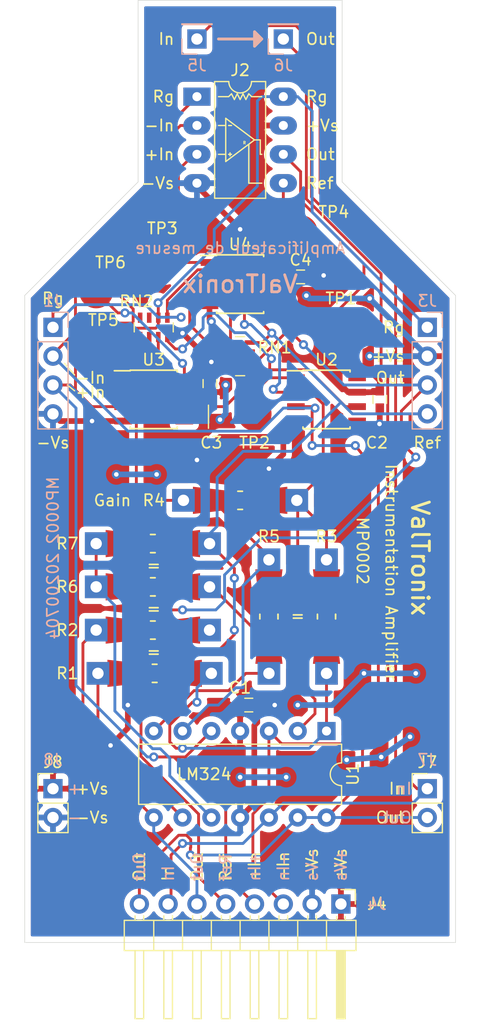
<source format=kicad_pcb>
(kicad_pcb (version 20171130) (host pcbnew "(5.1.6)-1")
  (title_block (title "MP0002 Instrument Amplifier") (date 2020-07-04) (rev 1.0) (company ValTronix))
  (layers (0 F.Cu signal) (31 B.Cu signal) (34 B.Paste user) (35 F.Paste user) (36 B.SilkS user) (37 F.SilkS user) (38 B.Mask user) (39 F.Mask user) (44 Edge.Cuts user))
  (net 0 "")
  (net 1 /Vs-)
  (net 2 /Vs+)
  (net 3 /Rg_N)
  (net 4 /In-)
  (net 5 /In+)
  (net 6 /Ref)
  (net 7 /Output)
  (net 8 /Rg_P)
  (net 9 /In)
  (net 10 /Out)
  (net 11 "Net-(R1-Pad1)")
  (net 12 "Net-(R1-Pad2)")
  (net 13 "Net-(R5-Pad2)")
  (net 14 "Net-(R6-Pad2)")
  (net 15 "Net-(RN1-Pad1)")
  (net 16 "Net-(RN1-Pad5)")
  (net 17 "Net-(U2-Pad5)")
  (net 18 "Net-(U4-Pad5)")
  (net 19 "Net-(U3-Pad5)")
  (net 20 "Net-(TP1-Pad1)")
  (net 21 "Net-(TP2-Pad1)")
  (net 22 "Net-(TP3-Pad1)")
  (net 23 "Net-(TP4-Pad1)")
  (net 24 "Net-(TP5-Pad1)")
  (net 25 "Net-(TP6-Pad1)")
  (net 26 "Net-(RN1-Pad3)")
  (net 27 "Net-(RN1-Pad7)")
  (module ValTronix:Pin_Header_Straight_1x02_Pitch2.54mm (layer F.Cu) (at 119.38 142.24)
    (fp_text reference J8 (at 0 -2.33) (layer F.SilkS))
    (fp_text value Conn_01x02)
    (pad 1 thru_hole rect (at 0 0) (size 1.7 1.7) (drill 1) (layers *.Cu *.Mask) (net 2 /Vs+))
    (pad 2 thru_hole oval (at 0 2.54) (size 1.7 1.7) (drill 1) (layers *.Cu *.Mask) (net 1 /Vs-))
  )
  (module ValTronix:Pin_Header_Straight_1x02_Pitch2.54mm (layer F.Cu) (at 152.4 142.24)
    (fp_text reference J7 (at 0 -2.33) (layer F.SilkS))
    (fp_text value Conn_01x02)
    (pad 1 thru_hole rect (at 0 0) (size 1.7 1.7) (drill 1) (layers *.Cu *.Mask) (net 9 /In))
    (pad 2 thru_hole oval (at 0 2.54) (size 1.7 1.7) (drill 1) (layers *.Cu *.Mask) (net 10 /Out))
  )
  (module Pin_Headers:Pin_Header_Straight_1x01_Pitch2.54mm (layer B.Cu) (at 139.7 76.2)
    (fp_text reference J6 (at 0 2.33) (layer B.SilkS) (effects (justify mirror)))
    (fp_text value Conn_01x01)
    (pad 1 thru_hole rect (at 0 0) (size 1.7 1.7) (drill 1) (layers *.Cu *.Mask) (net 10 /Out))
  )
  (module Pin_Headers:Pin_Header_Straight_1x01_Pitch2.54mm (layer B.Cu) (at 132.08 76.2)
    (fp_text reference J5 (at 0 2.33) (layer B.SilkS) (effects (justify mirror)))
    (fp_text value Conn_01x01)
    (pad 1 thru_hole rect (at 0 0) (size 1.7 1.7) (drill 1) (layers *.Cu *.Mask) (net 9 /In))
  )
  (module Pin_Headers:Pin_Header_Angled_1x08_Pitch2.54mm (layer F.Cu) (at 144.78 152.4 270)
    (fp_text reference J4 (at 0 -3.175 180) (layer F.SilkS))
    (fp_text value Conn_01x08)
    (pad 1 thru_hole rect (at 0 0 270) (size 1.7 1.7) (drill 1) (layers *.Cu *.Mask) (net 2 /Vs+))
    (pad 2 thru_hole oval (at 0 2.54 270) (size 1.7 1.7) (drill 1) (layers *.Cu *.Mask) (net 1 /Vs-))
    (pad 3 thru_hole oval (at 0 5.08 270) (size 1.7 1.7) (drill 1) (layers *.Cu *.Mask) (net 4 /In-))
    (pad 4 thru_hole oval (at 0 7.62 270) (size 1.7 1.7) (drill 1) (layers *.Cu *.Mask) (net 5 /In+))
    (pad 5 thru_hole oval (at 0 10.16 270) (size 1.7 1.7) (drill 1) (layers *.Cu *.Mask) (net 6 /Ref))
    (pad 6 thru_hole oval (at 0 12.7 270) (size 1.7 1.7) (drill 1) (layers *.Cu *.Mask) (net 7 /Output))
    (pad 7 thru_hole oval (at 0 15.24 270) (size 1.7 1.7) (drill 1) (layers *.Cu *.Mask) (net 9 /In))
    (pad 8 thru_hole oval (at 0 17.78 270) (size 1.7 1.7) (drill 1) (layers *.Cu *.Mask) (net 10 /Out))
  )
  (module ValTronix:Pin_Header_Straight_1x04_Pitch2.54mm (layer B.Cu) (at 152.4 101.6 180)
    (fp_text reference J3 (at 0 2.33) (layer B.SilkS) (effects (justify mirror)))
    (fp_text value Conn_01x04)
    (pad 1 thru_hole rect (at 0 0 180) (size 1.7 1.7) (drill 1) (layers *.Cu *.Mask) (net 8 /Rg_P))
    (pad 2 thru_hole oval (at 0 -2.54 180) (size 1.7 1.7) (drill 1) (layers *.Cu *.Mask) (net 2 /Vs+))
    (pad 3 thru_hole oval (at 0 -5.08 180) (size 1.7 1.7) (drill 1) (layers *.Cu *.Mask) (net 7 /Output))
    (pad 4 thru_hole oval (at 0 -7.62 180) (size 1.7 1.7) (drill 1) (layers *.Cu *.Mask) (net 6 /Ref))
  )
  (module Measurement_Points:Measurement_Point_Round-SMD-Pad_Big (layer F.Cu) (at 123.19 98.425)
    (fp_text reference TP6 (at 1.27 -2.54) (layer F.SilkS))
    (fp_text value TestPoint_Small)
    (pad 1 smd circle (at 0 0) (size 3 3) (layers F.Cu F.Mask) (net 25 "Net-(TP6-Pad1)"))
  )
  (module Measurement_Points:Measurement_Point_Round-SMD-Pad_Big (layer F.Cu) (at 123.19 103.505)
    (fp_text reference TP5 (at 0.635 -2.54) (layer F.SilkS))
    (fp_text value TestPoint_Small)
    (pad 1 smd circle (at 0 0) (size 3 3) (layers F.Cu F.Mask) (net 24 "Net-(TP5-Pad1)"))
  )
  (module Measurement_Points:Measurement_Point_Round-SMD-Pad_Big (layer F.Cu) (at 141.224 93.218)
    (fp_text reference TP4 (at 2.921 -1.778) (layer F.SilkS))
    (fp_text value TestPoint_Small)
    (pad 1 smd circle (at 0 0) (size 3 3) (layers F.Cu F.Mask) (net 23 "Net-(TP4-Pad1)"))
  )
  (module Measurement_Points:Measurement_Point_Round-SMD-Pad_Big (layer F.Cu) (at 129.032 95.885)
    (fp_text reference TP3 (at 0 -3) (layer F.SilkS))
    (fp_text value TestPoint_Small)
    (pad 1 smd circle (at 0 0) (size 3 3) (layers F.Cu F.Mask) (net 22 "Net-(TP3-Pad1)"))
  )
  (module Measurement_Points:Measurement_Point_Round-SMD-Pad_Big (layer F.Cu) (at 137.16 109.22)
    (fp_text reference TP2 (at 0 2.54) (layer F.SilkS))
    (fp_text value TestPoint_Small)
    (pad 1 smd circle (at 0 0) (size 3 3) (layers F.Cu F.Mask) (net 21 "Net-(TP2-Pad1)"))
  )
  (module Measurement_Points:Measurement_Point_Round-SMD-Pad_Big (layer F.Cu) (at 146.05 101.6)
    (fp_text reference TP1 (at -1.27 -2.54) (layer F.SilkS))
    (fp_text value TestPoint_Small)
    (pad 1 smd circle (at 0 0) (size 3 3) (layers F.Cu F.Mask) (net 20 "Net-(TP1-Pad1)"))
  )
  (module ValTronix:SOIC-8_3.9x4.9mm_Pitch1.27mm (layer F.Cu) (at 128.27 107.95)
    (fp_text reference U3 (at 0 -3.5) (layer F.SilkS))
    (fp_text value OP07)
    (pad 1 smd rect (at -2.7 -1.905) (size 1.55 0.6) (layers F.Cu F.Paste F.Mask) (net 24 "Net-(TP5-Pad1)"))
    (pad 2 smd rect (at -2.7 -0.635) (size 1.55 0.6) (layers F.Cu F.Paste F.Mask) (net 8 /Rg_P))
    (pad 3 smd rect (at -2.7 0.635) (size 1.55 0.6) (layers F.Cu F.Paste F.Mask) (net 5 /In+))
    (pad 4 smd rect (at -2.7 1.905) (size 1.55 0.6) (layers F.Cu F.Paste F.Mask) (net 1 /Vs-))
    (pad 5 smd rect (at 2.7 1.905) (size 1.55 0.6) (layers F.Cu F.Paste F.Mask) (net 19 "Net-(U3-Pad5)"))
    (pad 6 smd rect (at 2.7 0.635) (size 1.55 0.6) (layers F.Cu F.Paste F.Mask) (net 26 "Net-(RN1-Pad3)"))
    (pad 7 smd rect (at 2.7 -0.635) (size 1.55 0.6) (layers F.Cu F.Paste F.Mask) (net 2 /Vs+))
    (pad 8 smd rect (at 2.7 -1.905) (size 1.55 0.6) (layers F.Cu F.Paste F.Mask) (net 25 "Net-(TP6-Pad1)"))
  )
  (module ValTronix:SOIC-8_3.9x4.9mm_Pitch1.27mm (layer F.Cu) (at 135.89 97.79)
    (fp_text reference U4 (at 0 -3.5) (layer F.SilkS))
    (fp_text value OP07)
    (pad 1 smd rect (at -2.7 -1.905) (size 1.55 0.6) (layers F.Cu F.Paste F.Mask) (net 22 "Net-(TP3-Pad1)"))
    (pad 2 smd rect (at -2.7 -0.635) (size 1.55 0.6) (layers F.Cu F.Paste F.Mask) (net 27 "Net-(RN1-Pad7)"))
    (pad 3 smd rect (at -2.7 0.635) (size 1.55 0.6) (layers F.Cu F.Paste F.Mask) (net 16 "Net-(RN1-Pad5)"))
    (pad 4 smd rect (at -2.7 1.905) (size 1.55 0.6) (layers F.Cu F.Paste F.Mask) (net 1 /Vs-))
    (pad 5 smd rect (at 2.7 1.905) (size 1.55 0.6) (layers F.Cu F.Paste F.Mask) (net 18 "Net-(U4-Pad5)"))
    (pad 6 smd rect (at 2.7 0.635) (size 1.55 0.6) (layers F.Cu F.Paste F.Mask) (net 7 /Output))
    (pad 7 smd rect (at 2.7 -0.635) (size 1.55 0.6) (layers F.Cu F.Paste F.Mask) (net 2 /Vs+))
    (pad 8 smd rect (at 2.7 -1.905) (size 1.55 0.6) (layers F.Cu F.Paste F.Mask) (net 23 "Net-(TP4-Pad1)"))
  )
  (module ValTronix:SOIC-8_3.9x4.9mm_Pitch1.27mm (layer F.Cu) (at 143.51 107.95)
    (fp_text reference U2 (at 0 -3.5) (layer F.SilkS))
    (fp_text value OP07)
    (pad 1 smd rect (at -2.7 -1.905) (size 1.55 0.6) (layers F.Cu F.Paste F.Mask) (net 21 "Net-(TP2-Pad1)"))
    (pad 2 smd rect (at -2.7 -0.635) (size 1.55 0.6) (layers F.Cu F.Paste F.Mask) (net 3 /Rg_N))
    (pad 3 smd rect (at -2.7 0.635) (size 1.55 0.6) (layers F.Cu F.Paste F.Mask) (net 4 /In-))
    (pad 4 smd rect (at -2.7 1.905) (size 1.55 0.6) (layers F.Cu F.Paste F.Mask) (net 1 /Vs-))
    (pad 5 smd rect (at 2.7 1.905) (size 1.55 0.6) (layers F.Cu F.Paste F.Mask) (net 17 "Net-(U2-Pad5)"))
    (pad 6 smd rect (at 2.7 0.635) (size 1.55 0.6) (layers F.Cu F.Paste F.Mask) (net 15 "Net-(RN1-Pad1)"))
    (pad 7 smd rect (at 2.7 -0.635) (size 1.55 0.6) (layers F.Cu F.Paste F.Mask) (net 2 /Vs+))
    (pad 8 smd rect (at 2.7 -1.905) (size 1.55 0.6) (layers F.Cu F.Paste F.Mask) (net 20 "Net-(TP1-Pad1)"))
  )
  (module ValTronix:DIP-14_W7.62mm (layer F.Cu) (at 143.51 137.16 270)
    (fp_text reference U1 (at 3.81 -2.33 90) (layer F.SilkS))
    (fp_text value LM324 (at 3.81 10.795 180) (layer F.SilkS))
    (pad 1 thru_hole rect (at 0 0 270) (size 1.6 1.6) (drill 0.8) (layers *.Cu *.Mask) (net 11 "Net-(R1-Pad1)"))
    (pad 8 thru_hole oval (at 7.62 15.24 270) (size 1.6 1.6) (drill 0.8) (layers *.Cu *.Mask) (net 7 /Output))
    (pad 2 thru_hole oval (at 0 2.54 270) (size 1.6 1.6) (drill 0.8) (layers *.Cu *.Mask) (net 3 /Rg_N))
    (pad 9 thru_hole oval (at 7.62 12.7 270) (size 1.6 1.6) (drill 0.8) (layers *.Cu *.Mask) (net 12 "Net-(R1-Pad2)"))
    (pad 3 thru_hole oval (at 0 5.08 270) (size 1.6 1.6) (drill 0.8) (layers *.Cu *.Mask) (net 4 /In-))
    (pad 10 thru_hole oval (at 7.62 10.16 270) (size 1.6 1.6) (drill 0.8) (layers *.Cu *.Mask) (net 14 "Net-(R6-Pad2)"))
    (pad 4 thru_hole oval (at 0 7.62 270) (size 1.6 1.6) (drill 0.8) (layers *.Cu *.Mask) (net 2 /Vs+))
    (pad 11 thru_hole oval (at 7.62 7.62 270) (size 1.6 1.6) (drill 0.8) (layers *.Cu *.Mask) (net 1 /Vs-))
    (pad 5 thru_hole oval (at 0 10.16 270) (size 1.6 1.6) (drill 0.8) (layers *.Cu *.Mask) (net 5 /In+))
    (pad 12 thru_hole oval (at 7.62 5.08 270) (size 1.6 1.6) (drill 0.8) (layers *.Cu *.Mask) (net 9 /In))
    (pad 6 thru_hole oval (at 0 12.7 270) (size 1.6 1.6) (drill 0.8) (layers *.Cu *.Mask) (net 8 /Rg_P))
    (pad 13 thru_hole oval (at 7.62 2.54 270) (size 1.6 1.6) (drill 0.8) (layers *.Cu *.Mask) (net 10 /Out))
    (pad 7 thru_hole oval (at 0 15.24 270) (size 1.6 1.6) (drill 0.8) (layers *.Cu *.Mask) (net 13 "Net-(R5-Pad2)"))
    (pad 14 thru_hole oval (at 7.62 0 270) (size 1.6 1.6) (drill 0.8) (layers *.Cu *.Mask) (net 10 /Out))
  )
  (module Resistors_SMD:R_Array_Concave_4x0603 (layer F.Cu) (at 128.27 101.6 270)
    (fp_text reference RN2 (at -2.286 1.524) (layer F.SilkS))
    (fp_text value 10k)
    (pad 2 smd rect (at -0.85 -0.4 270) (size 0.9 0.4) (layers F.Cu F.Paste F.Mask) (net 8 /Rg_P))
    (pad 3 smd rect (at -0.85 0.4 270) (size 0.9 0.4) (layers F.Cu F.Paste F.Mask))
    (pad 1 smd rect (at -0.85 -1.2 270) (size 0.9 0.4) (layers F.Cu F.Paste F.Mask) (net 3 /Rg_N))
    (pad 4 smd rect (at -0.85 1.2 270) (size 0.9 0.4) (layers F.Cu F.Paste F.Mask))
    (pad 8 smd rect (at 0.85 -1.2 270) (size 0.9 0.4) (layers F.Cu F.Paste F.Mask) (net 15 "Net-(RN1-Pad1)"))
    (pad 7 smd rect (at 0.85 -0.4 270) (size 0.9 0.4) (layers F.Cu F.Paste F.Mask) (net 26 "Net-(RN1-Pad3)"))
    (pad 6 smd rect (at 0.85 0.4 270) (size 0.9 0.4) (layers F.Cu F.Paste F.Mask))
    (pad 5 smd rect (at 0.85 1.2 270) (size 0.9 0.4) (layers F.Cu F.Paste F.Mask))
  )
  (module Resistors_SMD:R_Array_Concave_4x0603 (layer F.Cu) (at 135.89 104.14 180)
    (fp_text reference RN1 (at -3.048 0.762) (layer F.SilkS))
    (fp_text value 10k)
    (pad 2 smd rect (at -0.85 -0.4 180) (size 0.9 0.4) (layers F.Cu F.Paste F.Mask) (net 7 /Output))
    (pad 3 smd rect (at -0.85 0.4 180) (size 0.9 0.4) (layers F.Cu F.Paste F.Mask) (net 26 "Net-(RN1-Pad3)"))
    (pad 1 smd rect (at -0.85 -1.2 180) (size 0.9 0.4) (layers F.Cu F.Paste F.Mask) (net 15 "Net-(RN1-Pad1)"))
    (pad 4 smd rect (at -0.85 1.2 180) (size 0.9 0.4) (layers F.Cu F.Paste F.Mask) (net 6 /Ref))
    (pad 8 smd rect (at 0.85 -1.2 180) (size 0.9 0.4) (layers F.Cu F.Paste F.Mask) (net 27 "Net-(RN1-Pad7)"))
    (pad 7 smd rect (at 0.85 -0.4 180) (size 0.9 0.4) (layers F.Cu F.Paste F.Mask) (net 27 "Net-(RN1-Pad7)"))
    (pad 6 smd rect (at 0.85 0.4 180) (size 0.9 0.4) (layers F.Cu F.Paste F.Mask) (net 16 "Net-(RN1-Pad5)"))
    (pad 5 smd rect (at 0.85 1.2 180) (size 0.9 0.4) (layers F.Cu F.Paste F.Mask) (net 16 "Net-(RN1-Pad5)"))
  )
  (module Resistors_Universal:Resistor_SMD+THTuniversal_0805to1206_RM10_HandSoldering (layer F.Cu) (at 128.19126 120.65)
    (fp_text reference R7 (at -7.54126 0) (layer F.SilkS))
    (fp_text value R)
    (pad 1 smd trapezoid (at -2.413 0) (size 3.50012 1.99898) (rect_delta 0.39878 0) (layers F.Cu F.Paste F.Mask) (net 14 "Net-(R6-Pad2)"))
    (pad 2 smd trapezoid (at 2.413 0 180) (size 3.50012 1.99898) (rect_delta 0.39878 0) (layers F.Cu F.Paste F.Mask) (net 6 /Ref))
    (pad 1 thru_hole rect (at -5.00126 0 180) (size 1.99898 1.99898) (drill 1.00076) (layers *.Cu *.Mask) (net 14 "Net-(R6-Pad2)"))
    (pad 2 thru_hole rect (at 5.00126 0 180) (size 1.99898 1.99898) (drill 1.00076) (layers *.Cu *.Mask) (net 6 /Ref))
  )
  (module Resistors_Universal:Resistor_SMD+THTuniversal_0805to1206_RM10_HandSoldering (layer F.Cu) (at 128.19126 124.46 180)
    (fp_text reference R6 (at 7.54126 0) (layer F.SilkS))
    (fp_text value R)
    (pad 1 smd trapezoid (at -2.413 0 180) (size 3.50012 1.99898) (rect_delta 0.39878 0) (layers F.Cu F.Paste F.Mask) (net 13 "Net-(R5-Pad2)"))
    (pad 2 smd trapezoid (at 2.413 0) (size 3.50012 1.99898) (rect_delta 0.39878 0) (layers F.Cu F.Paste F.Mask) (net 14 "Net-(R6-Pad2)"))
    (pad 1 thru_hole rect (at -5.00126 0) (size 1.99898 1.99898) (drill 1.00076) (layers *.Cu *.Mask) (net 13 "Net-(R5-Pad2)"))
    (pad 2 thru_hole rect (at 5.00126 0) (size 1.99898 1.99898) (drill 1.00076) (layers *.Cu *.Mask) (net 14 "Net-(R6-Pad2)"))
  )
  (module Resistors_Universal:Resistor_SMD+THTuniversal_0805to1206_RM10_HandSoldering (layer F.Cu) (at 138.43 127.07874 270)
    (fp_text reference R5 (at -7.06374 0 180) (layer F.SilkS))
    (fp_text value R)
    (pad 1 smd trapezoid (at -2.413 0 270) (size 3.50012 1.99898) (rect_delta 0.39878 0) (layers F.Cu F.Paste F.Mask) (net 8 /Rg_P))
    (pad 2 smd trapezoid (at 2.413 0 90) (size 3.50012 1.99898) (rect_delta 0.39878 0) (layers F.Cu F.Paste F.Mask) (net 13 "Net-(R5-Pad2)"))
    (pad 1 thru_hole rect (at -5.00126 0 90) (size 1.99898 1.99898) (drill 1.00076) (layers *.Cu *.Mask) (net 8 /Rg_P))
    (pad 2 thru_hole rect (at 5.00126 0 90) (size 1.99898 1.99898) (drill 1.00076) (layers *.Cu *.Mask) (net 13 "Net-(R5-Pad2)"))
  )
  (module Resistors_Universal:Resistor_SMD+THTuniversal_0805to1206_RM10_HandSoldering (layer F.Cu) (at 135.89 116.84 180)
    (fp_text reference R4 (at 7.62 0) (layer F.SilkS))
    (fp_text value Rg)
    (pad 1 smd trapezoid (at -2.413 0 180) (size 3.50012 1.99898) (rect_delta 0.39878 0) (layers F.Cu F.Paste F.Mask) (net 3 /Rg_N))
    (pad 2 smd trapezoid (at 2.413 0) (size 3.50012 1.99898) (rect_delta 0.39878 0) (layers F.Cu F.Paste F.Mask) (net 8 /Rg_P))
    (pad 1 thru_hole rect (at -5.00126 0) (size 1.99898 1.99898) (drill 1.00076) (layers *.Cu *.Mask) (net 3 /Rg_N))
    (pad 2 thru_hole rect (at 5.00126 0) (size 1.99898 1.99898) (drill 1.00076) (layers *.Cu *.Mask) (net 8 /Rg_P))
  )
  (module Resistors_Universal:Resistor_SMD+THTuniversal_0805to1206_RM10_HandSoldering (layer F.Cu) (at 143.51 127.07874 270)
    (fp_text reference R3 (at -7.06374 0 180) (layer F.SilkS))
    (fp_text value R)
    (pad 1 smd trapezoid (at -2.413 0 270) (size 3.50012 1.99898) (rect_delta 0.39878 0) (layers F.Cu F.Paste F.Mask) (net 3 /Rg_N))
    (pad 2 smd trapezoid (at 2.413 0 90) (size 3.50012 1.99898) (rect_delta 0.39878 0) (layers F.Cu F.Paste F.Mask) (net 11 "Net-(R1-Pad1)"))
    (pad 1 thru_hole rect (at -5.00126 0 90) (size 1.99898 1.99898) (drill 1.00076) (layers *.Cu *.Mask) (net 3 /Rg_N))
    (pad 2 thru_hole rect (at 5.00126 0 90) (size 1.99898 1.99898) (drill 1.00076) (layers *.Cu *.Mask) (net 11 "Net-(R1-Pad1)"))
  )
  (module Resistors_Universal:Resistor_SMD+THTuniversal_0805to1206_RM10_HandSoldering (layer F.Cu) (at 128.19126 128.27 180)
    (fp_text reference R2 (at 7.54126 0) (layer F.SilkS))
    (fp_text value R)
    (pad 1 smd trapezoid (at -2.413 0 180) (size 3.50012 1.99898) (rect_delta 0.39878 0) (layers F.Cu F.Paste F.Mask) (net 12 "Net-(R1-Pad2)"))
    (pad 2 smd trapezoid (at 2.413 0) (size 3.50012 1.99898) (rect_delta 0.39878 0) (layers F.Cu F.Paste F.Mask) (net 7 /Output))
    (pad 1 thru_hole rect (at -5.00126 0) (size 1.99898 1.99898) (drill 1.00076) (layers *.Cu *.Mask) (net 12 "Net-(R1-Pad2)"))
    (pad 2 thru_hole rect (at 5.00126 0) (size 1.99898 1.99898) (drill 1.00076) (layers *.Cu *.Mask) (net 7 /Output))
  )
  (module Resistors_Universal:Resistor_SMD+THTuniversal_0805to1206_RM10_HandSoldering (layer F.Cu) (at 128.34874 132.08 180)
    (fp_text reference R1 (at 7.69874 0) (layer F.SilkS))
    (fp_text value R)
    (pad 1 smd trapezoid (at -2.413 0 180) (size 3.50012 1.99898) (rect_delta 0.39878 0) (layers F.Cu F.Paste F.Mask) (net 11 "Net-(R1-Pad1)"))
    (pad 2 smd trapezoid (at 2.413 0) (size 3.50012 1.99898) (rect_delta 0.39878 0) (layers F.Cu F.Paste F.Mask) (net 12 "Net-(R1-Pad2)"))
    (pad 1 thru_hole rect (at -5.00126 0) (size 1.99898 1.99898) (drill 1.00076) (layers *.Cu *.Mask) (net 11 "Net-(R1-Pad1)"))
    (pad 2 thru_hole rect (at 5.00126 0) (size 1.99898 1.99898) (drill 1.00076) (layers *.Cu *.Mask) (net 12 "Net-(R1-Pad2)"))
  )
  (module Housings_DIP:DIP-8_W7.62mm_LongPads (layer F.Cu) (at 132.08 81.28)
    (fp_text reference J2 (at 3.81 -2.33) (layer F.SilkS))
    (fp_text value Conn_02x04_Counter_Clockwise)
    (pad 1 thru_hole rect (at 0 0) (size 2.4 1.6) (drill 0.8) (layers *.Cu *.Mask) (net 3 /Rg_N))
    (pad 5 thru_hole oval (at 7.62 7.62) (size 2.4 1.6) (drill 0.8) (layers *.Cu *.Mask) (net 6 /Ref))
    (pad 2 thru_hole oval (at 0 2.54) (size 2.4 1.6) (drill 0.8) (layers *.Cu *.Mask) (net 4 /In-))
    (pad 6 thru_hole oval (at 7.62 5.08) (size 2.4 1.6) (drill 0.8) (layers *.Cu *.Mask) (net 7 /Output))
    (pad 3 thru_hole oval (at 0 5.08) (size 2.4 1.6) (drill 0.8) (layers *.Cu *.Mask) (net 5 /In+))
    (pad 7 thru_hole oval (at 7.62 2.54) (size 2.4 1.6) (drill 0.8) (layers *.Cu *.Mask) (net 2 /Vs+))
    (pad 4 thru_hole oval (at 0 7.62) (size 2.4 1.6) (drill 0.8) (layers *.Cu *.Mask) (net 1 /Vs-))
    (pad 8 thru_hole oval (at 7.62 0) (size 2.4 1.6) (drill 0.8) (layers *.Cu *.Mask) (net 8 /Rg_P))
  )
  (module ValTronix:Pin_Header_Straight_1x04_Pitch2.54mm (layer B.Cu) (at 119.38 101.6 180)
    (fp_text reference J1 (at 0 2.33) (layer B.SilkS) (effects (justify mirror)))
    (fp_text value Conn_01x04)
    (pad 1 thru_hole rect (at 0 0 180) (size 1.7 1.7) (drill 1) (layers *.Cu *.Mask) (net 3 /Rg_N))
    (pad 2 thru_hole oval (at 0 -2.54 180) (size 1.7 1.7) (drill 1) (layers *.Cu *.Mask) (net 4 /In-))
    (pad 3 thru_hole oval (at 0 -5.08 180) (size 1.7 1.7) (drill 1) (layers *.Cu *.Mask) (net 5 /In+))
    (pad 4 thru_hole oval (at 0 -7.62 180) (size 1.7 1.7) (drill 1) (layers *.Cu *.Mask) (net 1 /Vs-))
  )
  (module ValTronix:C_0603 (layer F.Cu) (at 141.224 97.155)
    (fp_text reference C4 (at 0 -1.5) (layer F.SilkS))
    (fp_text value 100nF)
    (pad 2 smd rect (at 0.75 0) (size 0.8 0.75) (layers F.Cu F.Paste F.Mask) (net 1 /Vs-))
    (pad 1 smd rect (at -0.75 0) (size 0.8 0.75) (layers F.Cu F.Paste F.Mask) (net 2 /Vs+))
  )
  (module ValTronix:C_0603 (layer F.Cu) (at 133.223 106.553 90)
    (fp_text reference C3 (at -5.207 0.127) (layer F.SilkS))
    (fp_text value 100nF)
    (pad 2 smd rect (at 0.75 0 90) (size 0.8 0.75) (layers F.Cu F.Paste F.Mask) (net 1 /Vs-))
    (pad 1 smd rect (at -0.75 0 90) (size 0.8 0.75) (layers F.Cu F.Paste F.Mask) (net 2 /Vs+))
  )
  (module ValTronix:C_0603 (layer F.Cu) (at 148.209 107.95 270)
    (fp_text reference C2 (at 3.81 0.254) (layer F.SilkS))
    (fp_text value 100nF)
    (pad 2 smd rect (at 0.75 0 270) (size 0.8 0.75) (layers F.Cu F.Paste F.Mask) (net 1 /Vs-))
    (pad 1 smd rect (at -0.75 0 270) (size 0.8 0.75) (layers F.Cu F.Paste F.Mask) (net 2 /Vs+))
  )
  (module ValTronix:C_0603 (layer F.Cu) (at 136.652 134.874)
    (fp_text reference C1 (at -0.762 -1.524 180) (layer F.SilkS))
    (fp_text value 100nF)
    (pad 2 smd rect (at 0.75 0) (size 0.8 0.75) (layers F.Cu F.Paste F.Mask) (net 1 /Vs-))
    (pad 1 smd rect (at -0.75 0) (size 0.8 0.75) (layers F.Cu F.Paste F.Mask) (net 2 /Vs+))
  )
  (gr_text J4 (at 147.955 152.4) (layer B.SilkS) (effects (font (size 1 1)) (justify mirror)))
  (gr_text J8 (at 119.38 139.7) (layer B.SilkS) (effects (font (size 1 1)) (justify mirror)))
  (gr_text J7 (at 152.4 139.7) (layer B.SilkS) (effects (font (size 1 1)) (justify mirror)))
  (gr_text Out (at 151.13 144.78) (layer B.SilkS) (effects (font (size 1 1)) (justify left mirror)))
  (gr_text In (at 151.13 142.24) (layer B.SilkS) (effects (font (size 1 1)) (justify left mirror)))
  (gr_text ValTronix (at 151.765 121.92 -90) (layer F.SilkS) (effects (font (size 1.5 1.5) (thickness 0.25))))
  (gr_text "Instrumentation Amplifier" (at 149.225 123.19 270) (layer F.SilkS) (effects (font (size 1 1))))
  (gr_text MP0002 (at 146.685 121.285 270) (layer F.SilkS) (effects (font (size 1 1))))
  (gr_text "MP0002 20200704" (at 119.38 121.92 90) (layer B.SilkS) (effects (font (size 1 1)) (justify mirror)))
  (gr_text "Amplificateur de mesure" (at 135.89 94.615) (layer B.SilkS) (effects (font (size 1 1)) (justify mirror)))
  (gr_text ValTronix (at 135.89 97.79) (layer B.SilkS) (effects (font (size 1.5 1.5) (thickness 0.25)) (justify mirror)))
  (gr_text - (at 121.285 144.78) (layer B.SilkS) (effects (font (size 1 1)) (justify mirror)))
  (gr_text + (at 121.285 142.24) (layer B.SilkS) (effects (font (size 1 1)) (justify mirror)))
  (gr_poly (pts (xy 137.795 76.2) (xy 137.16 76.835) (xy 137.16 75.565)) (layer B.SilkS) (width 0.25))
  (gr_line (start 133.985 76.2) (end 137.795 76.2) (layer B.SilkS) (width 0.25))
  (gr_text +Vs (at 144.78 150.495 90) (layer B.SilkS) (effects (font (size 1 1)) (justify right mirror)))
  (gr_text -Vs (at 142.24 150.495 90) (layer B.SilkS) (effects (font (size 1 1)) (justify right mirror)))
  (gr_text -In (at 139.7 150.495 90) (layer B.SilkS) (effects (font (size 1 1)) (justify right mirror)))
  (gr_text +In (at 137.16 150.495 90) (layer B.SilkS) (effects (font (size 1 1)) (justify right mirror)))
  (gr_text Ref (at 134.62 150.495 90) (layer B.SilkS) (effects (font (size 1 1)) (justify right mirror)))
  (gr_text Out (at 132.08 150.495 90) (layer B.SilkS) (effects (font (size 1 1)) (justify right mirror)))
  (gr_text In (at 129.54 150.495 90) (layer B.SilkS) (effects (font (size 1 1)) (justify right mirror)))
  (gr_text Out (at 127 150.495 90) (layer B.SilkS) (effects (font (size 1 1)) (justify right mirror)))
  (gr_text +Vs (at 144.78 150.495 90) (layer F.SilkS) (effects (font (size 1 1)) (justify left)))
  (gr_text -Vs (at 142.24 150.495 90) (layer F.SilkS) (effects (font (size 1 1)) (justify left)))
  (gr_text -In (at 139.7 150.495 90) (layer F.SilkS) (effects (font (size 1 1)) (justify left)))
  (gr_text +In (at 137.16 150.495 90) (layer F.SilkS) (effects (font (size 1 1)) (justify left)))
  (gr_text Ref (at 134.62 150.495 90) (layer F.SilkS) (effects (font (size 1 1)) (justify left)))
  (gr_text Out (at 132.08 150.495 90) (layer F.SilkS) (effects (font (size 1 1)) (justify left)))
  (gr_text In (at 129.54 150.495 90) (layer F.SilkS) (effects (font (size 1 1)) (justify left)))
  (gr_text Out (at 127 150.495 90) (layer F.SilkS) (effects (font (size 1 1)) (justify left)))
  (gr_line (start 121.285 107.188) (end 120.65 106.68) (layer F.SilkS) (width 0.12))
  (gr_line (start 121.285 105.791) (end 120.396 104.775) (layer F.SilkS) (width 0.12))
  (gr_text -In (at 121.285 106.045) (layer F.SilkS) (effects (font (size 1 1)) (justify left)))
  (gr_text -Vs (at 119.38 111.76) (layer F.SilkS) (effects (font (size 1 1))))
  (gr_text Rg (at 119.38 99.06) (layer F.SilkS) (effects (font (size 1 1))))
  (gr_text +In (at 121.285 107.315) (layer F.SilkS) (effects (font (size 1 1)) (justify left)))
  (gr_text Rg (at 150.495 101.6) (layer F.SilkS) (effects (font (size 1 1)) (justify right)))
  (gr_text +Vs (at 150.495 104.14) (layer F.SilkS) (effects (font (size 1 1)) (justify right)))
  (gr_text Out (at 150.495 106.045) (layer F.SilkS) (effects (font (size 1 1)) (justify right)))
  (gr_text Ref (at 152.4 111.76) (layer F.SilkS) (effects (font (size 1 1))))
  (gr_text R (at 136.271 85.344) (layer F.SilkS) (effects (font (size 0.25 0.25) (thickness 0.0625))))
  (gr_line (start 136.652 88.9) (end 136.652 85.471) (layer F.SilkS) (width 0.12))
  (gr_line (start 137.795 88.9) (end 136.652 88.9) (layer F.SilkS) (width 0.12))
  (gr_line (start 137.668 86.36) (end 137.795 86.36) (layer F.SilkS) (width 0.12))
  (gr_line (start 137.668 85.09) (end 137.668 86.36) (layer F.SilkS) (width 0.12))
  (gr_line (start 137.16 85.09) (end 137.668 85.09) (layer F.SilkS) (width 0.12))
  (gr_line (start 135.001 86.233) (end 135.001 86.487) (layer F.SilkS) (width 0.12))
  (gr_line (start 134.874 86.36) (end 135.128 86.36) (layer F.SilkS) (width 0.12))
  (gr_line (start 134.874 83.82) (end 135.128 83.82) (layer F.SilkS) (width 0.12))
  (gr_line (start 136.906 81.28) (end 137.16 81.28) (layer F.SilkS) (width 0.12))
  (gr_line (start 136.652 81.026) (end 136.906 81.28) (layer F.SilkS) (width 0.12))
  (gr_line (start 136.398 81.534) (end 136.652 81.026) (layer F.SilkS) (width 0.12))
  (gr_line (start 136.144 81.026) (end 136.398 81.534) (layer F.SilkS) (width 0.12))
  (gr_line (start 135.89 81.534) (end 136.144 81.026) (layer F.SilkS) (width 0.12))
  (gr_line (start 135.636 81.026) (end 135.89 81.534) (layer F.SilkS) (width 0.12))
  (gr_line (start 135.382 81.534) (end 135.636 81.026) (layer F.SilkS) (width 0.12))
  (gr_line (start 135.128 81.026) (end 135.382 81.534) (layer F.SilkS) (width 0.12))
  (gr_line (start 134.874 81.28) (end 135.128 81.026) (layer F.SilkS) (width 0.12))
  (gr_line (start 134.62 81.28) (end 134.874 81.28) (layer F.SilkS) (width 0.12))
  (gr_line (start 137.795 81.28) (end 137.16 81.28) (layer F.SilkS) (width 0.12))
  (gr_line (start 133.985 81.28) (end 134.62 81.28) (layer F.SilkS) (width 0.12))
  (gr_line (start 133.985 86.36) (end 134.62 86.36) (layer F.SilkS) (width 0.12))
  (gr_line (start 133.985 83.82) (end 134.62 83.82) (layer F.SilkS) (width 0.12))
  (gr_line (start 137.16 85.09) (end 134.62 83.185) (layer F.SilkS) (width 0.12))
  (gr_line (start 134.62 86.995) (end 137.16 85.09) (layer F.SilkS) (width 0.12))
  (gr_line (start 134.62 83.185) (end 134.62 86.995) (layer F.SilkS) (width 0.12))
  (gr_poly (pts (xy 137.795 76.2) (xy 137.16 76.835) (xy 137.16 75.565)) (layer F.SilkS) (width 0.25))
  (gr_line (start 133.985 76.2) (end 137.795 76.2) (layer F.SilkS) (width 0.25))
  (gr_text In (at 130.175 76.2) (layer F.SilkS) (effects (font (size 1 1)) (justify right)))
  (gr_text Out (at 141.605 76.2) (layer F.SilkS) (effects (font (size 1 1)) (justify left)))
  (gr_text Ref (at 141.605 88.9) (layer F.SilkS) (effects (font (size 1 1)) (justify left)))
  (gr_text Out (at 141.605 86.36) (layer F.SilkS) (effects (font (size 1 1)) (justify left)))
  (gr_text +Vs (at 141.605 83.82) (layer F.SilkS) (effects (font (size 1 1)) (justify left)))
  (gr_text Rg (at 141.605 81.28) (layer F.SilkS) (effects (font (size 1 1)) (justify left)))
  (gr_text -Vs (at 130.175 88.9) (layer F.SilkS) (effects (font (size 1 1)) (justify right)))
  (gr_text +In (at 130.175 86.36) (layer F.SilkS) (effects (font (size 1 1)) (justify right)))
  (gr_text -In (at 130.175 83.82) (layer F.SilkS) (effects (font (size 1 1)) (justify right)))
  (gr_text Rg (at 130.175 81.28) (layer F.SilkS) (effects (font (size 1 1)) (justify right)))
  (gr_text = (at 128.27 130.175) (layer F.SilkS) (effects (font (size 1 1))))
  (gr_text = (at 128.27 126.365) (layer F.SilkS) (effects (font (size 1 1))))
  (gr_text = (at 128.27 122.555) (layer F.SilkS) (effects (font (size 1 1))))
  (gr_text = (at 140.97 127) (layer F.SilkS) (effects (font (size 1 1))))
  (gr_line (start 133.096 108.458) (end 133.096 110.49) (layer F.SilkS) (width 0.12))
  (gr_text Gain (at 126.365 116.84) (layer F.SilkS) (effects (font (size 1 1)) (justify right)))
  (gr_text Out (at 150.495 144.78) (layer F.SilkS) (effects (font (size 1 1)) (justify right)))
  (gr_text In (at 150.495 142.24) (layer F.SilkS) (effects (font (size 1 1)) (justify right)))
  (gr_text -Vs (at 121.285 144.78) (layer F.SilkS) (effects (font (size 1 1)) (justify left)))
  (gr_text +Vs (at 121.285 142.24) (layer F.SilkS) (effects (font (size 1 1)) (justify left)))
  (gr_line (start 126.89 88.79) (end 126.89 72.79) (layer Edge.Cuts) (width 0.05))
  (gr_line (start 116.89 98.79) (end 126.89 88.79) (layer Edge.Cuts) (width 0.05))
  (gr_line (start 116.89 155.79) (end 116.89 98.79) (layer Edge.Cuts) (width 0.05))
  (gr_line (start 154.89 155.79) (end 116.89 155.79) (layer Edge.Cuts) (width 0.05))
  (gr_line (start 154.89 98.79) (end 154.89 155.79) (layer Edge.Cuts) (width 0.05))
  (gr_line (start 144.89 88.79) (end 154.89 98.79) (layer Edge.Cuts) (width 0.05))
  (gr_line (start 144.89 72.79) (end 144.89 88.79) (layer Edge.Cuts) (width 0.05))
  (gr_line (start 126.89 72.79) (end 144.89 72.79) (layer Edge.Cuts) (width 0.05))
  (segment (start 120.015 109.855) (end 119.38 109.22) (width 0.5) (layer F.Cu) (net 1))
  (segment (start 125.57 109.855) (end 122.825 109.855) (width 0.5) (layer F.Cu) (net 1))
  (via (at 133.35 104.648) (size 0.8) (drill 0.4) (layers F.Cu B.Cu) (net 1))
  (segment (start 133.223 105.803) (end 133.223 104.775) (width 0.5) (layer F.Cu) (net 1))
  (segment (start 133.223 104.775) (end 133.35 104.648) (width 0.5) (layer F.Cu) (net 1))
  (segment (start 141.974 97.155) (end 143.129 97.155) (width 0.5) (layer F.Cu) (net 1))
  (via (at 143.256 97.028) (size 0.8) (drill 0.4) (layers F.Cu B.Cu) (net 1))
  (segment (start 143.129 97.155) (end 143.256 97.028) (width 0.5) (layer F.Cu) (net 1))
  (via (at 133.35 101.092) (size 0.8) (drill 0.4) (layers F.Cu B.Cu) (net 1))
  (segment (start 133.19 99.695) (end 133.19 100.932) (width 0.5) (layer F.Cu) (net 1))
  (segment (start 133.19 100.932) (end 133.35 101.092) (width 0.5) (layer F.Cu) (net 1))
  (segment (start 137.140001 136.671999) (end 137.140001 143.529999) (width 0.5) (layer F.Cu) (net 1))
  (segment (start 137.402 136.41) (end 137.140001 136.671999) (width 0.5) (layer F.Cu) (net 1))
  (segment (start 137.140001 143.529999) (end 135.89 144.78) (width 0.5) (layer F.Cu) (net 1))
  (segment (start 137.402 134.874) (end 137.402 136.41) (width 0.5) (layer F.Cu) (net 1))
  (segment (start 140.81 109.855) (end 140.81 110.142) (width 0.5) (layer F.Cu) (net 1))
  (segment (start 140.81 110.142) (end 139.7 111.252) (width 0.5) (layer F.Cu) (net 1))
  (segment (start 148.209 108.7) (end 148.209 110.109) (width 0.5) (layer F.Cu) (net 1))
  (via (at 148.184001 110.109) (size 0.8) (drill 0.4) (layers F.Cu B.Cu) (net 1))
  (segment (start 148.209 110.109) (end 148.184001 110.109) (width 0.5) (layer F.Cu) (net 1))
  (via (at 130.81 102.108) (size 0.8) (drill 0.4) (layers F.Cu B.Cu) (net 1))
  (segment (start 133.35 104.648) (end 130.81 102.108) (width 0.5) (layer F.Cu) (net 1))
  (segment (start 133.35 101.092) (end 133.35 104.648) (width 0.5) (layer B.Cu) (net 1))
  (via (at 138.938 134.874) (size 0.8) (drill 0.4) (layers F.Cu B.Cu) (net 1))
  (segment (start 137.402 134.874) (end 138.938 134.874) (width 0.5) (layer F.Cu) (net 1))
  (via (at 138.43 114.046) (size 0.8) (drill 0.4) (layers F.Cu B.Cu) (net 1))
  (segment (start 139.7 111.252) (end 139.7 112.776) (width 0.5) (layer F.Cu) (net 1))
  (segment (start 139.7 112.776) (end 138.43 114.046) (width 0.5) (layer F.Cu) (net 1))
  (via (at 135.89 92.964) (size 0.8) (drill 0.4) (layers F.Cu B.Cu) (net 1))
  (segment (start 132.08 88.9) (end 132.08 89.154) (width 0.5) (layer F.Cu) (net 1))
  (segment (start 132.08 89.154) (end 135.89 92.964) (width 0.5) (layer F.Cu) (net 1))
  (segment (start 134.112 111.252) (end 139.7 111.252) (width 0.5) (layer F.Cu) (net 1))
  (via (at 132.08 113.284) (size 0.8) (drill 0.4) (layers F.Cu B.Cu) (net 1))
  (segment (start 132.08 113.284) (end 134.112 111.252) (width 0.5) (layer F.Cu) (net 1))
  (segment (start 122.825 109.855) (end 120.015 109.855) (width 0.5) (layer F.Cu) (net 1))
  (via (at 122.825 109.855) (size 0.8) (drill 0.4) (layers F.Cu B.Cu) (net 1))
  (via (at 124.46 138.43) (size 0.8) (drill 0.4) (layers F.Cu B.Cu) (net 1))
  (via (at 125.984 134.874) (size 0.8) (drill 0.4) (layers F.Cu B.Cu) (net 1))
  (segment (start 125.984 136.906) (end 124.46 138.43) (width 0.5) (layer F.Cu) (net 1))
  (segment (start 125.984 134.874) (end 125.984 136.906) (width 0.5) (layer F.Cu) (net 1))
  (segment (start 140.474 97.155) (end 138.59 97.155) (width 0.5) (layer F.Cu) (net 2))
  (segment (start 133.211 107.315) (end 133.223 107.303) (width 0.5) (layer F.Cu) (net 2))
  (segment (start 130.97 107.315) (end 133.211 107.315) (width 0.5) (layer F.Cu) (net 2))
  (segment (start 148.094 107.315) (end 148.209 107.2) (width 0.5) (layer F.Cu) (net 2))
  (segment (start 146.21 107.315) (end 148.094 107.315) (width 0.5) (layer F.Cu) (net 2))
  (segment (start 135.89 134.886) (end 135.902 134.874) (width 0.5) (layer F.Cu) (net 2))
  (segment (start 135.89 137.16) (end 135.89 134.886) (width 0.5) (layer F.Cu) (net 2))
  (segment (start 147.32 105.411) (end 147.32 104.14) (width 0.5) (layer F.Cu) (net 2))
  (segment (start 148.209 107.2) (end 148.209 106.3) (width 0.5) (layer F.Cu) (net 2))
  (via (at 147.32 104.14) (size 0.8) (drill 0.4) (layers F.Cu B.Cu) (net 2))
  (segment (start 148.209 106.3) (end 147.32 105.411) (width 0.5) (layer F.Cu) (net 2))
  (segment (start 147.32 104.14) (end 152.4 104.14) (width 0.5) (layer B.Cu) (net 2))
  (segment (start 152.4 104.14) (end 147.32 99.06) (width 0.5) (layer B.Cu) (net 2))
  (via (at 147.32 99.06) (size 0.8) (drill 0.4) (layers F.Cu B.Cu) (net 2))
  (segment (start 147.32 99.06) (end 141.986 99.06) (width 0.5) (layer B.Cu) (net 2))
  (via (at 141.732 98.806) (size 0.8) (drill 0.4) (layers F.Cu B.Cu) (net 2))
  (segment (start 141.986 99.06) (end 141.732 98.806) (width 0.5) (layer B.Cu) (net 2))
  (via (at 151.384 132.08) (size 0.8) (drill 0.4) (layers F.Cu B.Cu) (net 2))
  (via (at 146.812 132.08) (size 0.8) (drill 0.4) (layers F.Cu B.Cu) (net 2))
  (segment (start 151.384 132.08) (end 146.812 132.08) (width 0.5) (layer B.Cu) (net 2))
  (segment (start 135.902 134.874) (end 135.902 134.354) (width 0.5) (layer F.Cu) (net 2))
  (segment (start 135.902 134.354) (end 136.398 133.858) (width 0.5) (layer F.Cu) (net 2))
  (via (at 140.97 134.874) (size 0.8) (drill 0.4) (layers F.Cu B.Cu) (net 2))
  (segment (start 136.398 133.858) (end 139.954 133.858) (width 0.5) (layer F.Cu) (net 2))
  (segment (start 139.954 133.858) (end 140.97 134.874) (width 0.5) (layer F.Cu) (net 2))
  (segment (start 144.018 134.874) (end 146.812 132.08) (width 0.5) (layer B.Cu) (net 2))
  (segment (start 140.97 134.874) (end 144.018 134.874) (width 0.5) (layer B.Cu) (net 2))
  (via (at 134.62 106.68) (size 0.8) (drill 0.4) (layers F.Cu B.Cu) (net 2))
  (via (at 134.112 109.728) (size 0.8) (drill 0.4) (layers F.Cu B.Cu) (net 2))
  (segment (start 134.62 106.68) (end 134.62 109.22) (width 0.5) (layer B.Cu) (net 2))
  (segment (start 134.62 109.22) (end 134.112 109.728) (width 0.5) (layer B.Cu) (net 2))
  (via (at 128.524 114.554) (size 0.8) (drill 0.4) (layers F.Cu B.Cu) (net 2))
  (via (at 124.968 114.554) (size 0.8) (drill 0.4) (layers F.Cu B.Cu) (net 2))
  (segment (start 128.524 114.554) (end 124.968 114.554) (width 0.5) (layer B.Cu) (net 2))
  (segment (start 146.21 107.315) (end 145.415 107.315) (width 0.5) (layer F.Cu) (net 2))
  (segment (start 145.415 107.315) (end 142.494 104.394) (width 0.5) (layer F.Cu) (net 2))
  (via (at 148.336 139.446) (size 0.8) (drill 0.4) (layers F.Cu B.Cu) (net 2))
  (segment (start 150.876 137.668) (end 148.336 139.446) (width 0.5) (layer B.Cu) (net 2))
  (via (at 150.876 137.668) (size 0.8) (drill 0.4) (layers F.Cu B.Cu) (net 2))
  (segment (start 148.336 139.446) (end 145.288 139.7) (width 0.5) (layer B.Cu) (net 2))
  (via (at 145.288 139.7) (size 0.8) (drill 0.4) (layers F.Cu B.Cu) (net 2))
  (via (at 139.954 141.224) (size 0.8) (drill 0.4) (layers F.Cu B.Cu) (net 2))
  (via (at 135.89 141.224) (size 0.8) (drill 0.4) (layers F.Cu B.Cu) (net 2))
  (segment (start 139.954 141.224) (end 135.89 141.224) (width 0.5) (layer B.Cu) (net 2))
  (via (at 136.271 101.346) (size 0.8) (drill 0.4) (layers F.Cu B.Cu) (net 3))
  (segment (start 129.47 99.21359) (end 132.153591 96.529999) (width 0.25) (layer F.Cu) (net 3))
  (segment (start 129.47 100.75) (end 129.47 99.21359) (width 0.25) (layer F.Cu) (net 3))
  (segment (start 132.153591 96.529999) (end 134.225001 96.529999) (width 0.25) (layer F.Cu) (net 3))
  (segment (start 136.271 98.575998) (end 136.271 101.346) (width 0.25) (layer F.Cu) (net 3))
  (segment (start 139.372654 106.499346) (end 138.811 107.061) (width 0.25) (layer B.Cu) (net 3))
  (segment (start 139.372654 103.881969) (end 139.372654 106.499346) (width 0.25) (layer B.Cu) (net 3))
  (segment (start 136.271 101.346) (end 136.836685 101.346) (width 0.25) (layer B.Cu) (net 3))
  (via (at 138.811 107.061) (size 0.8) (drill 0.4) (layers F.Cu B.Cu) (net 3))
  (segment (start 136.836685 101.346) (end 139.372654 103.881969) (width 0.25) (layer B.Cu) (net 3))
  (segment (start 139.065 107.315) (end 138.811 107.061) (width 0.25) (layer F.Cu) (net 3))
  (segment (start 140.81 107.315) (end 139.065 107.315) (width 0.25) (layer F.Cu) (net 3))
  (segment (start 134.225001 96.529999) (end 135.052501 97.357499) (width 0.25) (layer F.Cu) (net 3))
  (segment (start 135.052501 97.357499) (end 136.271 98.575998) (width 0.25) (layer F.Cu) (net 3))
  (via (at 130.683 100.711) (size 0.8) (drill 0.4) (layers F.Cu B.Cu) (net 3))
  (segment (start 128.651 100.711) (end 130.683 100.711) (width 0.25) (layer B.Cu) (net 3))
  (segment (start 119.38 101.6) (end 121.375001 99.604999) (width 0.25) (layer B.Cu) (net 3))
  (segment (start 127.544999 99.604999) (end 128.651 100.711) (width 0.25) (layer B.Cu) (net 3))
  (segment (start 121.375001 99.604999) (end 127.544999 99.604999) (width 0.25) (layer B.Cu) (net 3))
  (segment (start 129.509 100.711) (end 129.47 100.75) (width 0.25) (layer F.Cu) (net 3))
  (segment (start 130.683 100.711) (end 129.509 100.711) (width 0.25) (layer F.Cu) (net 3))
  (segment (start 143.219001 108.363999) (end 143.219001 114.512259) (width 0.25) (layer F.Cu) (net 3))
  (segment (start 142.170002 107.315) (end 143.219001 108.363999) (width 0.25) (layer F.Cu) (net 3))
  (segment (start 140.81 107.315) (end 142.170002 107.315) (width 0.25) (layer F.Cu) (net 3))
  (segment (start 132.08 81.28) (end 129.54 83.82) (width 0.25) (layer F.Cu) (net 3))
  (segment (start 129.54 83.82) (end 129.54 85.598) (width 0.25) (layer F.Cu) (net 3))
  (segment (start 129.54 85.598) (end 129.54 85.72359) (width 0.25) (layer F.Cu) (net 3))
  (segment (start 138.303 116.84) (end 140.89126 116.84) (width 0.25) (layer F.Cu) (net 3))
  (segment (start 143.51 122.07748) (end 143.51 124.66574) (width 0.25) (layer F.Cu) (net 3))
  (segment (start 143.51 119.45874) (end 140.89126 116.84) (width 0.25) (layer F.Cu) (net 3))
  (segment (start 143.51 122.07748) (end 143.51 119.45874) (width 0.25) (layer F.Cu) (net 3))
  (segment (start 140.97 116.91874) (end 140.89126 116.84) (width 0.25) (layer F.Cu) (net 3))
  (segment (start 140.97 132.842) (end 140.97 116.91874) (width 0.25) (layer F.Cu) (net 3))
  (segment (start 142.494 134.366) (end 140.97 132.842) (width 0.25) (layer F.Cu) (net 3))
  (segment (start 142.494 135.636) (end 142.494 134.366) (width 0.25) (layer F.Cu) (net 3))
  (segment (start 140.97 137.16) (end 142.494 135.636) (width 0.25) (layer F.Cu) (net 3))
  (segment (start 143.219001 114.512259) (end 140.89126 116.84) (width 0.25) (layer F.Cu) (net 3))
  (segment (start 119.38 100.33) (end 119.38 101.6) (width 0.25) (layer F.Cu) (net 3))
  (segment (start 129.54 85.598) (end 129.54 89.27959) (width 0.25) (layer F.Cu) (net 3))
  (segment (start 120.904 98.806) (end 119.38 100.33) (width 0.25) (layer F.Cu) (net 3))
  (segment (start 129.54 89.27959) (end 122.669601 96.149989) (width 0.25) (layer F.Cu) (net 3))
  (segment (start 122.669601 96.149989) (end 122.1616 96.14999) (width 0.25) (layer F.Cu) (net 3))
  (segment (start 122.1616 96.14999) (end 120.904 97.40759) (width 0.25) (layer F.Cu) (net 3))
  (segment (start 120.904 97.40759) (end 120.904 98.806) (width 0.25) (layer F.Cu) (net 3))
  (via (at 142.494 108.712) (size 0.8) (drill 0.4) (layers F.Cu B.Cu) (net 4))
  (segment (start 140.81 108.585) (end 142.367 108.585) (width 0.25) (layer F.Cu) (net 4))
  (segment (start 142.367 108.585) (end 142.494 108.712) (width 0.25) (layer F.Cu) (net 4))
  (via (at 142.24 112.014) (size 0.8) (drill 0.4) (layers F.Cu B.Cu) (net 4))
  (segment (start 142.24 108.966) (end 142.494 108.712) (width 0.25) (layer F.Cu) (net 4))
  (segment (start 142.24 112.014) (end 142.24 108.966) (width 0.25) (layer F.Cu) (net 4))
  (segment (start 123.952 108.712) (end 119.38 104.14) (width 0.25) (layer B.Cu) (net 4))
  (segment (start 137.668 110.744) (end 125.984 110.744) (width 0.25) (layer B.Cu) (net 4))
  (segment (start 125.984 110.744) (end 123.952 108.712) (width 0.25) (layer B.Cu) (net 4))
  (segment (start 142.494 108.712) (end 139.7 108.712) (width 0.25) (layer B.Cu) (net 4))
  (segment (start 139.7 108.712) (end 137.668 110.744) (width 0.25) (layer B.Cu) (net 4))
  (segment (start 119.38 103.977588) (end 119.38 104.14) (width 0.25) (layer F.Cu) (net 4))
  (segment (start 121.364999 101.992589) (end 119.38 103.977588) (width 0.25) (layer F.Cu) (net 4))
  (segment (start 121.364999 97.583001) (end 121.364999 101.992589) (width 0.25) (layer F.Cu) (net 4))
  (segment (start 122.348001 96.599999) (end 121.364999 97.583001) (width 0.25) (layer F.Cu) (net 4))
  (segment (start 122.856001 96.599999) (end 122.348001 96.599999) (width 0.25) (layer F.Cu) (net 4))
  (segment (start 129.99001 89.46599) (end 122.856001 96.599999) (width 0.25) (layer F.Cu) (net 4))
  (segment (start 129.99001 84.45999) (end 129.99001 89.46599) (width 0.25) (layer F.Cu) (net 4))
  (segment (start 130.63 83.82) (end 129.99001 84.45999) (width 0.25) (layer F.Cu) (net 4))
  (segment (start 132.08 83.82) (end 130.63 83.82) (width 0.25) (layer F.Cu) (net 4))
  (segment (start 144.018 112.014) (end 142.24 112.014) (width 0.25) (layer B.Cu) (net 4))
  (segment (start 146.05 112.014) (end 144.018 112.014) (width 0.25) (layer B.Cu) (net 4))
  (segment (start 146.05 112.014) (end 148.082 114.554) (width 0.25) (layer F.Cu) (net 4))
  (via (at 146.05 112.014) (size 0.8) (drill 0.4) (layers F.Cu B.Cu) (net 4))
  (segment (start 137.015001 149.715001) (end 139.7 152.4) (width 0.25) (layer F.Cu) (net 4))
  (segment (start 137.015001 144.468185) (end 137.015001 149.715001) (width 0.25) (layer F.Cu) (net 4))
  (segment (start 138.43 143.053186) (end 137.015001 144.468185) (width 0.25) (layer F.Cu) (net 4))
  (segment (start 138.43 137.16) (end 138.43 143.053186) (width 0.25) (layer F.Cu) (net 4))
  (segment (start 146.448999 138.285001) (end 148.082 136.652) (width 0.25) (layer F.Cu) (net 4))
  (segment (start 139.555001 138.285001) (end 146.448999 138.285001) (width 0.25) (layer F.Cu) (net 4))
  (segment (start 138.43 137.16) (end 139.555001 138.285001) (width 0.25) (layer F.Cu) (net 4))
  (segment (start 148.082 114.554) (end 148.082 136.652) (width 0.25) (layer F.Cu) (net 4))
  (segment (start 125.57 108.585) (end 122.809 108.585) (width 0.25) (layer F.Cu) (net 5))
  (segment (start 120.904 106.68) (end 119.38 106.68) (width 0.25) (layer F.Cu) (net 5))
  (segment (start 132.08 86.36) (end 132.08 86.908996) (width 0.25) (layer F.Cu) (net 5))
  (segment (start 121.539 107.315) (end 120.904 106.68) (width 0.25) (layer F.Cu) (net 5))
  (segment (start 122.809 108.585) (end 121.539 107.315) (width 0.25) (layer F.Cu) (net 5))
  (segment (start 121.364999 102.628999) (end 121.364999 107.140999) (width 0.25) (layer F.Cu) (net 5))
  (segment (start 121.364999 107.140999) (end 121.539 107.315) (width 0.25) (layer F.Cu) (net 5))
  (segment (start 122.769009 101.224989) (end 121.364999 102.628999) (width 0.25) (layer F.Cu) (net 5))
  (segment (start 126.455001 99.981999) (end 126.455001 101.224989) (width 0.25) (layer F.Cu) (net 5))
  (segment (start 126.455001 101.224989) (end 122.769009 101.224989) (width 0.25) (layer F.Cu) (net 5))
  (segment (start 132.08 86.36) (end 131.826 86.36) (width 0.25) (layer F.Cu) (net 5))
  (segment (start 131.826 86.36) (end 130.44002 87.74598) (width 0.25) (layer F.Cu) (net 5))
  (via (at 128.27 139.446) (size 0.8) (drill 0.4) (layers F.Cu B.Cu) (net 5))
  (segment (start 133.35 137.16) (end 131.064 139.446) (width 0.25) (layer F.Cu) (net 5))
  (segment (start 131.064 139.446) (end 128.27 139.446) (width 0.25) (layer F.Cu) (net 5))
  (segment (start 127.704315 139.446) (end 121.412 133.153685) (width 0.25) (layer B.Cu) (net 5))
  (segment (start 128.27 139.446) (end 127.704315 139.446) (width 0.25) (layer B.Cu) (net 5))
  (segment (start 121.412 108.712) (end 119.38 106.68) (width 0.25) (layer B.Cu) (net 5))
  (segment (start 121.412 133.153685) (end 121.412 108.712) (width 0.25) (layer B.Cu) (net 5))
  (segment (start 137.16 152.4) (end 134.62 149.86) (width 0.25) (layer F.Cu) (net 5))
  (segment (start 130.44002 89.01598) (end 130.44002 89.77798) (width 0.25) (layer F.Cu) (net 5))
  (segment (start 130.44002 87.74598) (end 130.44002 89.01598) (width 0.25) (layer F.Cu) (net 5))
  (segment (start 126.455001 99.981999) (end 126.455001 100.547001) (width 0.25) (layer F.Cu) (net 5))
  (segment (start 130.44002 89.77798) (end 125.015001 95.202999) (width 0.25) (layer F.Cu) (net 5))
  (segment (start 125.015001 98.541999) (end 126.455001 99.981999) (width 0.25) (layer F.Cu) (net 5))
  (segment (start 125.015001 95.202999) (end 125.015001 98.541999) (width 0.25) (layer F.Cu) (net 5))
  (segment (start 130.048 139.446) (end 134.62 144.018) (width 0.25) (layer F.Cu) (net 5))
  (segment (start 128.27 139.446) (end 130.048 139.446) (width 0.25) (layer F.Cu) (net 5))
  (segment (start 134.62 149.86) (end 134.62 144.018) (width 0.25) (layer F.Cu) (net 5))
  (via (at 138.684 102.108) (size 0.8) (drill 0.4) (layers F.Cu B.Cu) (net 6))
  (segment (start 136.74 102.94) (end 137.852 102.94) (width 0.25) (layer F.Cu) (net 6))
  (segment (start 137.852 102.94) (end 138.684 102.108) (width 0.25) (layer F.Cu) (net 6))
  (segment (start 145.796 109.22) (end 152.4 109.22) (width 0.25) (layer B.Cu) (net 6))
  (segment (start 133.19252 120.65) (end 130.60426 120.65) (width 0.25) (layer F.Cu) (net 6))
  (segment (start 138.684 102.108) (end 144.78 108.204) (width 0.25) (layer B.Cu) (net 6))
  (segment (start 144.78 108.204) (end 145.796 109.22) (width 0.25) (layer B.Cu) (net 6))
  (segment (start 128.68667 131.145274) (end 129.783944 130.048) (width 0.25) (layer F.Cu) (net 6))
  (segment (start 132.224999 150.004999) (end 132.224999 144.474001) (width 0.25) (layer F.Cu) (net 6))
  (segment (start 128.68667 132.338866) (end 128.68667 131.145274) (width 0.25) (layer F.Cu) (net 6))
  (segment (start 134.62 152.4) (end 132.224999 150.004999) (width 0.25) (layer F.Cu) (net 6))
  (segment (start 127.144999 133.880537) (end 128.68667 132.338866) (width 0.25) (layer F.Cu) (net 6))
  (segment (start 132.224999 144.474001) (end 127.144999 139.394001) (width 0.25) (layer F.Cu) (net 6))
  (segment (start 127.144999 139.394001) (end 127.144999 133.880537) (width 0.25) (layer F.Cu) (net 6))
  (via (at 135.382 128.27) (size 0.8) (drill 0.4) (layers F.Cu B.Cu) (net 6))
  (segment (start 135.382 128.664502) (end 135.382 128.27) (width 0.25) (layer F.Cu) (net 6))
  (segment (start 129.783944 130.048) (end 133.998502 130.048) (width 0.25) (layer F.Cu) (net 6))
  (segment (start 133.998502 130.048) (end 135.382 128.664502) (width 0.25) (layer F.Cu) (net 6))
  (segment (start 135.382 128.27) (end 135.382 123.698) (width 0.25) (layer B.Cu) (net 6))
  (via (at 135.382 123.698) (size 0.8) (drill 0.4) (layers F.Cu B.Cu) (net 6))
  (segment (start 135.382 122.83948) (end 133.19252 120.65) (width 0.25) (layer F.Cu) (net 6))
  (segment (start 135.382 123.698) (end 135.382 122.83948) (width 0.25) (layer F.Cu) (net 6))
  (segment (start 139.7 88.9) (end 139.7 91.44) (width 0.25) (layer F.Cu) (net 6))
  (segment (start 137.489999 100.913999) (end 138.684 102.108) (width 0.25) (layer F.Cu) (net 6))
  (segment (start 133.19252 119.79148) (end 133.19252 120.65) (width 0.25) (layer B.Cu) (net 6))
  (segment (start 144.78 108.204) (end 140.462 112.522) (width 0.25) (layer B.Cu) (net 6))
  (segment (start 133.858 114.808) (end 133.858 119.126) (width 0.25) (layer B.Cu) (net 6))
  (segment (start 140.462 112.522) (end 136.144 112.522) (width 0.25) (layer B.Cu) (net 6))
  (segment (start 136.144 112.522) (end 133.858 114.808) (width 0.25) (layer B.Cu) (net 6))
  (segment (start 133.858 119.126) (end 133.19252 119.79148) (width 0.25) (layer B.Cu) (net 6))
  (segment (start 139.7 91.44) (end 138.938 92.202) (width 0.25) (layer F.Cu) (net 6))
  (segment (start 138.938 93.726) (end 137.489999 95.174001) (width 0.25) (layer F.Cu) (net 6))
  (segment (start 138.938 92.202) (end 138.938 93.726) (width 0.25) (layer F.Cu) (net 6))
  (segment (start 137.489999 95.174001) (end 137.489999 100.913999) (width 0.25) (layer F.Cu) (net 6))
  (segment (start 136.74 104.54) (end 137.44 104.54) (width 0.25) (layer F.Cu) (net 7))
  (segment (start 139.615 98.425) (end 138.59 98.425) (width 0.25) (layer F.Cu) (net 7))
  (segment (start 140.335 99.145) (end 139.615 98.425) (width 0.25) (layer F.Cu) (net 7))
  (segment (start 137.44 104.54) (end 140.04 101.94) (width 0.25) (layer F.Cu) (net 7))
  (via (at 141.478 103.124) (size 0.8) (drill 0.4) (layers F.Cu B.Cu) (net 7))
  (segment (start 152.4 106.68) (end 145.034 106.68) (width 0.25) (layer B.Cu) (net 7))
  (segment (start 145.034 106.68) (end 141.478 103.124) (width 0.25) (layer B.Cu) (net 7))
  (segment (start 141.478 103.124) (end 140.167 101.813) (width 0.25) (layer F.Cu) (net 7))
  (segment (start 140.04 101.94) (end 140.167 101.813) (width 0.25) (layer F.Cu) (net 7))
  (segment (start 140.167 101.813) (end 140.335 101.645) (width 0.25) (layer F.Cu) (net 7))
  (segment (start 125.77826 128.27) (end 123.19 128.27) (width 0.25) (layer F.Cu) (net 7))
  (segment (start 122.022989 129.437011) (end 122.022989 138.532989) (width 0.25) (layer F.Cu) (net 7))
  (segment (start 122.022989 138.532989) (end 128.27 144.78) (width 0.25) (layer F.Cu) (net 7))
  (segment (start 123.19 128.27) (end 122.022989 129.437011) (width 0.25) (layer F.Cu) (net 7))
  (segment (start 152.4 106.68) (end 150.114 108.966) (width 0.25) (layer F.Cu) (net 7))
  (via (at 151.384 113.03) (size 0.8) (drill 0.4) (layers F.Cu B.Cu) (net 7))
  (segment (start 150.114 108.966) (end 150.114 111.76) (width 0.25) (layer F.Cu) (net 7))
  (segment (start 150.114 111.76) (end 151.384 113.03) (width 0.25) (layer F.Cu) (net 7))
  (segment (start 128.27 144.78) (end 128.27 146.05) (width 0.25) (layer B.Cu) (net 7))
  (segment (start 132.08 149.86) (end 132.08 152.4) (width 0.25) (layer B.Cu) (net 7))
  (segment (start 128.27 146.05) (end 132.08 149.86) (width 0.25) (layer B.Cu) (net 7))
  (segment (start 140.335 100.457) (end 140.335 99.145) (width 0.25) (layer F.Cu) (net 7))
  (segment (start 140.335 101.645) (end 140.335 100.457) (width 0.25) (layer F.Cu) (net 7))
  (segment (start 144.179002 100.457) (end 140.335 100.457) (width 0.25) (layer F.Cu) (net 7))
  (segment (start 141.22501 87.88501) (end 141.22501 90.42501) (width 0.25) (layer F.Cu) (net 7))
  (segment (start 139.7 86.36) (end 141.22501 87.88501) (width 0.25) (layer F.Cu) (net 7))
  (segment (start 146.812 96.012) (end 146.812 97.79) (width 0.25) (layer F.Cu) (net 7))
  (segment (start 146.812 97.79) (end 146.829001 97.807001) (width 0.25) (layer F.Cu) (net 7))
  (segment (start 141.22501 90.42501) (end 146.812 96.012) (width 0.25) (layer F.Cu) (net 7))
  (segment (start 146.829001 97.807001) (end 144.179002 100.457) (width 0.25) (layer F.Cu) (net 7))
  (segment (start 127.55626 126.492) (end 125.77826 128.27) (width 0.25) (layer F.Cu) (net 7))
  (segment (start 130.81 126.492) (end 127.55626 126.492) (width 0.25) (layer F.Cu) (net 7))
  (segment (start 137.781498 120.142) (end 144.272 120.142) (width 0.25) (layer B.Cu) (net 7))
  (segment (start 130.81 126.492) (end 133.744502 126.492) (width 0.25) (layer B.Cu) (net 7))
  (segment (start 144.272 120.142) (end 151.384 113.03) (width 0.25) (layer B.Cu) (net 7))
  (via (at 130.81 126.492) (size 0.8) (drill 0.4) (layers F.Cu B.Cu) (net 7))
  (segment (start 134.517011 123.406487) (end 137.781498 120.142) (width 0.25) (layer B.Cu) (net 7))
  (segment (start 134.517011 125.719491) (end 134.517011 123.406487) (width 0.25) (layer B.Cu) (net 7))
  (segment (start 133.744502 126.492) (end 134.517011 125.719491) (width 0.25) (layer B.Cu) (net 7))
  (segment (start 126.670001 107.239999) (end 126.595 107.315) (width 0.25) (layer F.Cu) (net 8))
  (segment (start 126.670001 105.545001) (end 126.670001 107.239999) (width 0.25) (layer F.Cu) (net 8))
  (segment (start 126.544999 105.419999) (end 126.670001 105.545001) (width 0.25) (layer F.Cu) (net 8))
  (segment (start 126.544999 101.739999) (end 126.544999 105.419999) (width 0.25) (layer F.Cu) (net 8))
  (segment (start 126.609999 101.674999) (end 126.544999 101.739999) (width 0.25) (layer F.Cu) (net 8))
  (segment (start 128.445001 101.674999) (end 126.609999 101.674999) (width 0.25) (layer F.Cu) (net 8))
  (segment (start 126.595 107.315) (end 125.57 107.315) (width 0.25) (layer F.Cu) (net 8))
  (segment (start 128.67 101.45) (end 128.445001 101.674999) (width 0.25) (layer F.Cu) (net 8))
  (segment (start 128.67 100.75) (end 128.67 101.45) (width 0.25) (layer F.Cu) (net 8))
  (segment (start 128.67 100.75) (end 128.67 99.46) (width 0.25) (layer F.Cu) (net 8))
  (via (at 128.651 99.441) (size 0.8) (drill 0.4) (layers F.Cu B.Cu) (net 8))
  (segment (start 128.67 99.46) (end 128.651 99.441) (width 0.25) (layer F.Cu) (net 8))
  (segment (start 137.795 81.28) (end 139.7 81.28) (width 0.25) (layer B.Cu) (net 8))
  (segment (start 137.414 81.661) (end 137.795 81.28) (width 0.25) (layer B.Cu) (net 8))
  (segment (start 140.97 81.28) (end 139.7 81.28) (width 0.25) (layer B.Cu) (net 8))
  (segment (start 142.24 82.55) (end 140.97 81.28) (width 0.25) (layer B.Cu) (net 8))
  (segment (start 152.4 101.6) (end 142.24 91.44) (width 0.25) (layer B.Cu) (net 8))
  (segment (start 142.24 91.44) (end 142.24 82.55) (width 0.25) (layer B.Cu) (net 8))
  (segment (start 133.60501 94.48699) (end 128.651 99.441) (width 0.25) (layer B.Cu) (net 8))
  (segment (start 130.88874 116.84) (end 133.477 116.84) (width 0.25) (layer F.Cu) (net 8))
  (segment (start 138.43 124.66574) (end 138.43 122.07748) (width 0.25) (layer F.Cu) (net 8))
  (segment (start 138.43 121.793) (end 133.477 116.84) (width 0.25) (layer F.Cu) (net 8))
  (segment (start 138.43 122.07748) (end 138.43 121.793) (width 0.25) (layer F.Cu) (net 8))
  (segment (start 138.43 122.07748) (end 136.144 124.36348) (width 0.25) (layer B.Cu) (net 8))
  (segment (start 136.144 124.36348) (end 136.144 133.35) (width 0.25) (layer B.Cu) (net 8))
  (segment (start 135.494998 133.35) (end 133.970998 134.874) (width 0.25) (layer B.Cu) (net 8))
  (segment (start 136.144 133.35) (end 135.494998 133.35) (width 0.25) (layer B.Cu) (net 8))
  (segment (start 133.096 134.874) (end 130.81 137.16) (width 0.25) (layer B.Cu) (net 8))
  (segment (start 133.970998 134.874) (end 133.096 134.874) (width 0.25) (layer B.Cu) (net 8))
  (segment (start 126.734 107.454) (end 126.734 115.558) (width 0.25) (layer F.Cu) (net 8))
  (segment (start 126.595 107.315) (end 126.734 107.454) (width 0.25) (layer F.Cu) (net 8))
  (segment (start 128.016 116.84) (end 130.88874 116.84) (width 0.25) (layer F.Cu) (net 8))
  (segment (start 126.734 115.558) (end 128.016 116.84) (width 0.25) (layer F.Cu) (net 8))
  (segment (start 133.60501 92.96299) (end 137.414 89.154) (width 0.25) (layer B.Cu) (net 8))
  (segment (start 133.60501 94.48699) (end 133.60501 92.96299) (width 0.25) (layer B.Cu) (net 8))
  (segment (start 137.414 89.154) (end 137.414 81.661) (width 0.25) (layer B.Cu) (net 8))
  (via (at 130.81 147.066) (size 0.8) (drill 0.4) (layers F.Cu B.Cu) (net 9))
  (segment (start 138.43 144.78) (end 136.144 147.066) (width 0.25) (layer B.Cu) (net 9))
  (segment (start 136.144 147.066) (end 130.81 147.066) (width 0.25) (layer B.Cu) (net 9))
  (segment (start 130.81 147.066) (end 129.794 148.082) (width 0.25) (layer F.Cu) (net 9))
  (segment (start 129.794 152.146) (end 129.54 152.4) (width 0.25) (layer F.Cu) (net 9))
  (segment (start 129.794 148.082) (end 129.794 152.146) (width 0.25) (layer F.Cu) (net 9))
  (segment (start 151.496998 142.24) (end 152.4 142.24) (width 0.25) (layer F.Cu) (net 9))
  (segment (start 149.606 140.349002) (end 151.496998 142.24) (width 0.25) (layer F.Cu) (net 9))
  (segment (start 132.08 76.2) (end 133.255001 75.024999) (width 0.25) (layer F.Cu) (net 9))
  (segment (start 133.255001 75.024999) (end 140.810001 75.024999) (width 0.25) (layer F.Cu) (net 9))
  (segment (start 149.606 97.53318) (end 149.606 140.349002) (width 0.25) (layer F.Cu) (net 9))
  (segment (start 140.810001 75.024999) (end 142.18201 76.397008) (width 0.25) (layer F.Cu) (net 9))
  (segment (start 142.18201 76.397008) (end 142.18201 90.10919) (width 0.25) (layer F.Cu) (net 9))
  (segment (start 142.18201 90.10919) (end 149.606 97.53318) (width 0.25) (layer F.Cu) (net 9))
  (segment (start 138.43 144.78) (end 139.7 143.51) (width 0.25) (layer B.Cu) (net 9))
  (segment (start 151.13 143.51) (end 152.4 142.24) (width 0.25) (layer B.Cu) (net 9))
  (segment (start 139.7 143.51) (end 151.13 143.51) (width 0.25) (layer B.Cu) (net 9))
  (segment (start 140.97 144.78) (end 142.24 144.78) (width 0.25) (layer B.Cu) (net 10))
  (segment (start 142.24 144.78) (end 143.51 144.78) (width 0.25) (layer B.Cu) (net 10))
  (segment (start 140.97 144.78) (end 137.668 148.082) (width 0.25) (layer B.Cu) (net 10))
  (via (at 131.499999 148.082) (size 0.8) (drill 0.4) (layers F.Cu B.Cu) (net 10))
  (segment (start 137.668 148.082) (end 131.499999 148.082) (width 0.25) (layer B.Cu) (net 10))
  (segment (start 130.461999 146.340999) (end 127 149.802998) (width 0.25) (layer F.Cu) (net 10))
  (segment (start 131.158001 146.340999) (end 130.461999 146.340999) (width 0.25) (layer F.Cu) (net 10))
  (segment (start 127 149.802998) (end 127 152.4) (width 0.25) (layer F.Cu) (net 10))
  (segment (start 131.535001 146.717999) (end 131.158001 146.340999) (width 0.25) (layer F.Cu) (net 10))
  (segment (start 131.535001 147.414001) (end 131.535001 146.717999) (width 0.25) (layer F.Cu) (net 10))
  (segment (start 131.499999 147.449003) (end 131.535001 147.414001) (width 0.25) (layer F.Cu) (net 10))
  (segment (start 131.499999 148.082) (end 131.499999 147.449003) (width 0.25) (layer F.Cu) (net 10))
  (segment (start 152.4 144.78) (end 143.51 144.78) (width 0.25) (layer B.Cu) (net 10))
  (segment (start 141.732 78.232) (end 139.7 76.2) (width 0.25) (layer F.Cu) (net 10))
  (segment (start 141.732 90.29559) (end 141.732 78.232) (width 0.25) (layer F.Cu) (net 10))
  (segment (start 148.32501 105.54799) (end 148.32501 96.8886) (width 0.25) (layer F.Cu) (net 10))
  (segment (start 148.909001 106.131981) (end 148.32501 105.54799) (width 0.25) (layer F.Cu) (net 10))
  (segment (start 148.909001 136.586999) (end 148.909001 106.131981) (width 0.25) (layer F.Cu) (net 10))
  (segment (start 146.685 138.811) (end 148.909001 136.586999) (width 0.25) (layer F.Cu) (net 10))
  (segment (start 148.32501 96.8886) (end 141.732 90.29559) (width 0.25) (layer F.Cu) (net 10))
  (segment (start 146.685 141.605) (end 146.685 138.811) (width 0.25) (layer F.Cu) (net 10))
  (segment (start 143.51 144.78) (end 146.685 141.605) (width 0.25) (layer F.Cu) (net 10))
  (segment (start 143.51 137.16) (end 143.51 132.08) (width 0.25) (layer F.Cu) (net 11))
  (segment (start 133.35 132.08) (end 130.76174 132.08) (width 0.25) (layer F.Cu) (net 11))
  (segment (start 143.51 129.49174) (end 143.51 132.08) (width 0.25) (layer F.Cu) (net 11))
  (via (at 130.805347 138.679347) (size 0.8) (drill 0.4) (layers F.Cu B.Cu) (net 11))
  (segment (start 143.51 137.16) (end 141.990653 138.679347) (width 0.25) (layer B.Cu) (net 11))
  (segment (start 141.990653 138.679347) (end 130.805347 138.679347) (width 0.25) (layer B.Cu) (net 11))
  (segment (start 130.239662 138.679347) (end 129.684999 138.124684) (width 0.25) (layer F.Cu) (net 11))
  (via (at 132.08 134.62) (size 0.8) (drill 0.4) (layers F.Cu B.Cu) (net 11))
  (segment (start 130.805347 138.679347) (end 130.239662 138.679347) (width 0.25) (layer F.Cu) (net 11))
  (segment (start 129.684999 138.124684) (end 129.684999 136.619999) (width 0.25) (layer F.Cu) (net 11))
  (segment (start 129.684999 136.619999) (end 131.684998 134.62) (width 0.25) (layer F.Cu) (net 11))
  (segment (start 131.684998 134.62) (end 132.08 134.62) (width 0.25) (layer F.Cu) (net 11))
  (segment (start 132.08 133.35) (end 133.35 132.08) (width 0.25) (layer B.Cu) (net 11))
  (segment (start 132.08 134.62) (end 132.08 133.35) (width 0.25) (layer B.Cu) (net 11))
  (segment (start 125.93574 132.08) (end 123.34748 132.08) (width 0.25) (layer F.Cu) (net 12))
  (segment (start 133.19252 128.27) (end 130.60426 128.27) (width 0.25) (layer F.Cu) (net 12))
  (segment (start 129.74574 128.27) (end 130.60426 128.27) (width 0.25) (layer F.Cu) (net 12))
  (segment (start 125.93574 132.08) (end 129.74574 128.27) (width 0.25) (layer F.Cu) (net 12))
  (segment (start 127.762 141.732) (end 130.81 144.78) (width 0.25) (layer F.Cu) (net 12))
  (segment (start 125.984 141.732) (end 127.762 141.732) (width 0.25) (layer F.Cu) (net 12))
  (segment (start 123.34748 139.09548) (end 125.984 141.732) (width 0.25) (layer F.Cu) (net 12))
  (segment (start 123.34748 132.08) (end 123.34748 139.09548) (width 0.25) (layer F.Cu) (net 12))
  (segment (start 133.19252 124.46) (end 130.60426 124.46) (width 0.25) (layer F.Cu) (net 13))
  (segment (start 138.43 132.08) (end 138.43 129.49174) (width 0.25) (layer F.Cu) (net 13))
  (segment (start 133.39826 124.46) (end 133.19252 124.46) (width 0.25) (layer F.Cu) (net 13))
  (segment (start 138.43 129.49174) (end 133.39826 124.46) (width 0.25) (layer F.Cu) (net 13))
  (segment (start 131.82611 133.60389) (end 128.27 137.16) (width 0.25) (layer F.Cu) (net 13))
  (segment (start 136.39778 132.08) (end 134.87389 133.60389) (width 0.25) (layer F.Cu) (net 13))
  (segment (start 138.43 132.08) (end 136.39778 132.08) (width 0.25) (layer F.Cu) (net 13))
  (segment (start 134.87389 133.60389) (end 131.82611 133.60389) (width 0.25) (layer F.Cu) (net 13))
  (segment (start 123.19 120.65) (end 123.19 124.46) (width 0.25) (layer F.Cu) (net 14))
  (segment (start 125.77826 120.65) (end 123.19 120.65) (width 0.25) (layer F.Cu) (net 14))
  (segment (start 125.77826 124.46) (end 123.19 124.46) (width 0.25) (layer F.Cu) (net 14))
  (segment (start 129.684999 141.114999) (end 133.35 144.78) (width 0.25) (layer B.Cu) (net 14))
  (segment (start 124.841 135.396002) (end 124.841 126.111) (width 0.25) (layer B.Cu) (net 14))
  (segment (start 128.165997 138.720999) (end 124.841 135.396002) (width 0.25) (layer B.Cu) (net 14))
  (segment (start 128.850997 138.720999) (end 128.165997 138.720999) (width 0.25) (layer B.Cu) (net 14))
  (segment (start 129.684999 139.555001) (end 128.850997 138.720999) (width 0.25) (layer B.Cu) (net 14))
  (segment (start 129.684999 139.555001) (end 129.684999 141.114999) (width 0.25) (layer B.Cu) (net 14))
  (segment (start 123.19 124.46) (end 124.841 126.111) (width 0.25) (layer B.Cu) (net 14))
  (segment (start 145.185 108.585) (end 141.94 105.34) (width 0.25) (layer F.Cu) (net 15))
  (segment (start 146.21 108.585) (end 145.185 108.585) (width 0.25) (layer F.Cu) (net 15))
  (segment (start 138.5 105.34) (end 136.74 105.34) (width 0.25) (layer F.Cu) (net 15))
  (segment (start 141.94 105.34) (end 138.5 105.34) (width 0.25) (layer F.Cu) (net 15))
  (segment (start 129.47 102.8) (end 129.47 102.45) (width 0.25) (layer F.Cu) (net 15))
  (segment (start 130.175 103.505) (end 129.47 102.8) (width 0.25) (layer F.Cu) (net 15))
  (segment (start 138.5 105.34) (end 138.5 104.505306) (width 0.25) (layer F.Cu) (net 15))
  (segment (start 130.81 103.505) (end 130.175 103.505) (width 0.25) (layer F.Cu) (net 15))
  (segment (start 138.5 104.505306) (end 138.647653 104.357653) (width 0.25) (layer F.Cu) (net 15))
  (via (at 138.647653 104.357653) (size 0.8) (drill 0.4) (layers F.Cu B.Cu) (net 15))
  (via (at 130.81 103.505) (size 0.8) (drill 0.4) (layers F.Cu B.Cu) (net 15))
  (segment (start 132.624999 101.690001) (end 130.81 103.505) (width 0.25) (layer B.Cu) (net 15))
  (segment (start 132.624999 100.743999) (end 132.624999 101.690001) (width 0.25) (layer B.Cu) (net 15))
  (segment (start 133.001999 100.366999) (end 132.624999 100.743999) (width 0.25) (layer B.Cu) (net 15))
  (segment (start 133.698001 100.366999) (end 133.001999 100.366999) (width 0.25) (layer B.Cu) (net 15))
  (segment (start 135.402003 102.071001) (end 133.698001 100.366999) (width 0.25) (layer B.Cu) (net 15))
  (segment (start 136.361001 102.071001) (end 135.402003 102.071001) (width 0.25) (layer B.Cu) (net 15))
  (segment (start 138.647653 104.357653) (end 136.361001 102.071001) (width 0.25) (layer B.Cu) (net 15))
  (segment (start 135.04 102.94) (end 135.04 103.74) (width 0.25) (layer F.Cu) (net 16))
  (segment (start 135.04 99.25) (end 135.04 102.94) (width 0.25) (layer F.Cu) (net 16))
  (segment (start 134.215 98.425) (end 135.04 99.25) (width 0.25) (layer F.Cu) (net 16))
  (segment (start 133.19 98.425) (end 134.215 98.425) (width 0.25) (layer F.Cu) (net 16))
  (segment (start 146.05 105.885) (end 146.21 106.045) (width 0.25) (layer F.Cu) (net 20))
  (segment (start 146.05 101.6) (end 146.05 105.885) (width 0.25) (layer F.Cu) (net 20))
  (segment (start 137.16 109.22) (end 137.16 107.315) (width 0.25) (layer F.Cu) (net 21))
  (segment (start 138.43 106.045) (end 140.81 106.045) (width 0.25) (layer F.Cu) (net 21))
  (segment (start 137.16 107.315) (end 138.43 106.045) (width 0.25) (layer F.Cu) (net 21))
  (segment (start 133.19 95.885) (end 129.032 95.885) (width 0.25) (layer F.Cu) (net 22))
  (segment (start 138.59 95.852) (end 141.224 93.218) (width 0.25) (layer F.Cu) (net 23))
  (segment (start 138.59 95.885) (end 138.59 95.852) (width 0.25) (layer F.Cu) (net 23))
  (segment (start 125.57 105.885) (end 123.19 103.505) (width 0.25) (layer F.Cu) (net 24))
  (segment (start 125.57 106.045) (end 125.57 105.885) (width 0.25) (layer F.Cu) (net 24))
  (via (at 130.81 104.775) (size 0.8) (drill 0.4) (layers F.Cu B.Cu) (net 25))
  (segment (start 130.97 106.045) (end 130.97 104.935) (width 0.25) (layer F.Cu) (net 25))
  (segment (start 130.97 104.935) (end 130.81 104.775) (width 0.25) (layer F.Cu) (net 25))
  (via (at 125.73 100.33) (size 0.8) (drill 0.4) (layers F.Cu B.Cu) (net 25))
  (segment (start 130.81 104.775) (end 126.365 100.33) (width 0.25) (layer B.Cu) (net 25))
  (segment (start 126.365 100.33) (end 125.73 100.33) (width 0.25) (layer B.Cu) (net 25))
  (segment (start 125.095 100.33) (end 123.19 98.425) (width 0.25) (layer F.Cu) (net 25))
  (segment (start 125.73 100.33) (end 125.095 100.33) (width 0.25) (layer F.Cu) (net 25))
  (segment (start 134.571002 108.585) (end 130.97 108.585) (width 0.25) (layer F.Cu) (net 26))
  (segment (start 135.815001 107.341001) (end 134.571002 108.585) (width 0.25) (layer F.Cu) (net 26))
  (segment (start 136.04 103.74) (end 135.815001 103.964999) (width 0.25) (layer F.Cu) (net 26))
  (segment (start 135.815001 103.964999) (end 135.815001 107.341001) (width 0.25) (layer F.Cu) (net 26))
  (segment (start 136.74 103.74) (end 136.04 103.74) (width 0.25) (layer F.Cu) (net 26))
  (segment (start 128.67 107.31) (end 128.67 102.45) (width 0.25) (layer F.Cu) (net 26))
  (segment (start 129.945 108.585) (end 128.67 107.31) (width 0.25) (layer F.Cu) (net 26))
  (segment (start 130.97 108.585) (end 129.945 108.585) (width 0.25) (layer F.Cu) (net 26))
  (segment (start 135.04 104.54) (end 135.04 105.34) (width 0.25) (layer F.Cu) (net 27))
  (segment (start 132.165 97.155) (end 131.445 97.875) (width 0.25) (layer F.Cu) (net 27))
  (segment (start 133.19 97.155) (end 132.165 97.155) (width 0.25) (layer F.Cu) (net 27))
  (segment (start 134.604998 104.54) (end 135.04 104.54) (width 0.25) (layer F.Cu) (net 27))
  (segment (start 131.445 101.380002) (end 134.604998 104.54) (width 0.25) (layer F.Cu) (net 27))
  (segment (start 131.445 97.875) (end 131.445 101.380002) (width 0.25) (layer F.Cu) (net 27))
  (zone (net 2) (net_name /Vs+) (layer F.Cu) (connect_pads (clearance 0.508)) (min_thickness 0.254) (fill yes (arc_segments 32) (thermal_gap 0.508) (thermal_bridge_width 0.508))
    (polygon (pts (xy 144.89 88.79) (xy 154.89 98.79) (xy 154.89 155.79) (xy 116.89 155.79) (xy 116.89 98.79) (xy 126.89 88.79) (xy 126.89 72.79) (xy 144.89 72.79)))
  )
  (zone (net 1) (net_name /Vs-) (layer B.Cu) (connect_pads (clearance 0.508)) (min_thickness 0.254) (fill yes (arc_segments 32) (thermal_gap 0.508) (thermal_bridge_width 0.508))
    (polygon (pts (xy 144.89 88.79) (xy 154.89 98.79) (xy 154.89 155.79) (xy 116.89 155.79) (xy 116.89 98.79) (xy 126.89 88.79) (xy 126.89 72.79) (xy 144.89 72.79)))
  )
)
</source>
